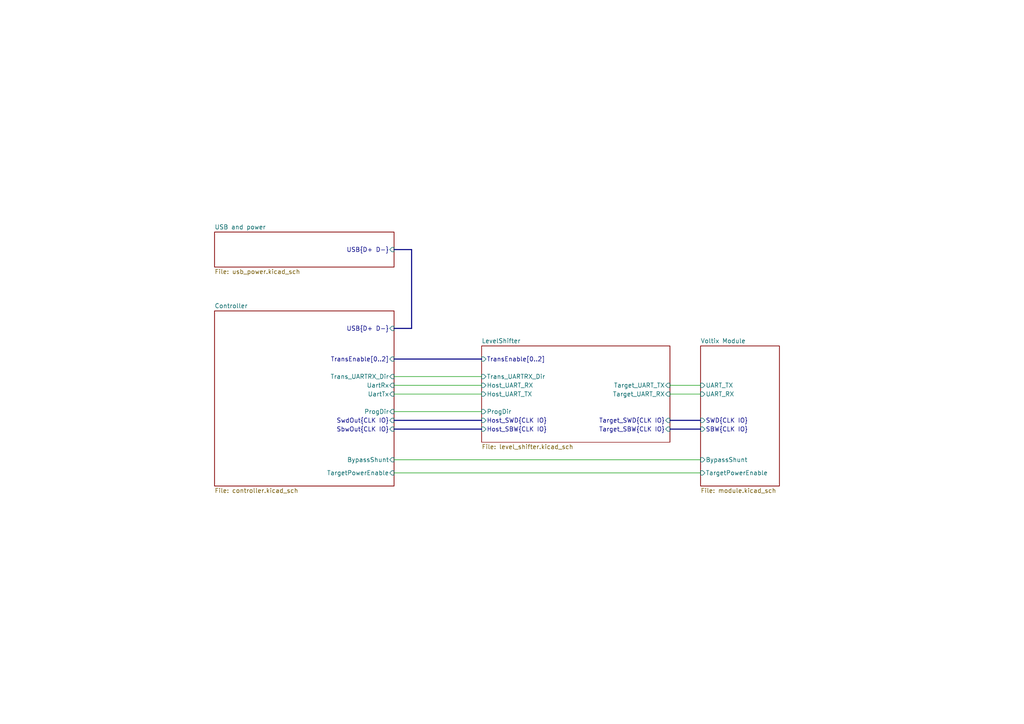
<source format=kicad_sch>
(kicad_sch
	(version 20231120)
	(generator "eeschema")
	(generator_version "8.0")
	(uuid "e235c9a3-080d-42b7-93df-883e69095a9f")
	(paper "A4")
	(lib_symbols)
	(wire
		(pts
			(xy 114.3 114.3) (xy 139.7 114.3)
		)
		(stroke
			(width 0)
			(type default)
		)
		(uuid "0ebf02e8-9161-49a0-8ac5-bceb044170a4")
	)
	(wire
		(pts
			(xy 114.3 137.16) (xy 203.2 137.16)
		)
		(stroke
			(width 0)
			(type default)
		)
		(uuid "30bf7430-8706-4cea-9504-ac33fc39af49")
	)
	(wire
		(pts
			(xy 194.31 111.76) (xy 203.2 111.76)
		)
		(stroke
			(width 0)
			(type default)
		)
		(uuid "31f6c1b7-eab1-4895-a313-ac4e40b4c9c4")
	)
	(bus
		(pts
			(xy 119.38 95.25) (xy 119.38 72.39)
		)
		(stroke
			(width 0)
			(type default)
		)
		(uuid "41ce65e8-75e2-4a08-a71c-4809add8de62")
	)
	(bus
		(pts
			(xy 119.38 72.39) (xy 114.3 72.39)
		)
		(stroke
			(width 0)
			(type default)
		)
		(uuid "44415d19-0909-4a1d-8ea2-d21b501fba7a")
	)
	(wire
		(pts
			(xy 114.3 133.35) (xy 203.2 133.35)
		)
		(stroke
			(width 0)
			(type default)
		)
		(uuid "47cf26fc-f121-4720-bf61-1382c37b8ef0")
	)
	(wire
		(pts
			(xy 194.31 114.3) (xy 203.2 114.3)
		)
		(stroke
			(width 0)
			(type default)
		)
		(uuid "651535e5-bd94-4ec9-9352-cfd6b0e1cb49")
	)
	(bus
		(pts
			(xy 114.3 124.46) (xy 139.7 124.46)
		)
		(stroke
			(width 0)
			(type default)
		)
		(uuid "6dd10c8f-92f0-4f1a-8c47-04c5fe0f381f")
	)
	(bus
		(pts
			(xy 194.31 121.92) (xy 203.2 121.92)
		)
		(stroke
			(width 0)
			(type default)
		)
		(uuid "721bd72c-8384-4cb1-a4d0-a138bf211509")
	)
	(bus
		(pts
			(xy 114.3 104.14) (xy 139.7 104.14)
		)
		(stroke
			(width 0)
			(type default)
		)
		(uuid "7c3610c7-2e45-463d-8335-f7d529e7219e")
	)
	(wire
		(pts
			(xy 114.3 109.22) (xy 139.7 109.22)
		)
		(stroke
			(width 0)
			(type default)
		)
		(uuid "825303a3-f626-4a78-8cfb-d7b0ab395664")
	)
	(bus
		(pts
			(xy 114.3 121.92) (xy 139.7 121.92)
		)
		(stroke
			(width 0)
			(type default)
		)
		(uuid "b9dc43e0-e994-4e9a-9b2a-b6dcd218bf9a")
	)
	(wire
		(pts
			(xy 114.3 119.38) (xy 139.7 119.38)
		)
		(stroke
			(width 0)
			(type default)
		)
		(uuid "baa874b5-3fb7-4b94-af7a-6da40f78b791")
	)
	(bus
		(pts
			(xy 194.31 124.46) (xy 203.2 124.46)
		)
		(stroke
			(width 0)
			(type default)
		)
		(uuid "bbc35570-77c5-4e6b-a7db-cb9dff702483")
	)
	(bus
		(pts
			(xy 114.3 95.25) (xy 119.38 95.25)
		)
		(stroke
			(width 0)
			(type default)
		)
		(uuid "d15f1307-1104-4d9f-970f-e89b496934d9")
	)
	(wire
		(pts
			(xy 114.3 111.76) (xy 139.7 111.76)
		)
		(stroke
			(width 0)
			(type default)
		)
		(uuid "f83c963e-ddce-4d20-8b76-cefaf8d3fe68")
	)
	(sheet
		(at 62.23 90.17)
		(size 52.07 50.8)
		(fields_autoplaced yes)
		(stroke
			(width 0.1524)
			(type solid)
		)
		(fill
			(color 0 0 0 0.0000)
		)
		(uuid "18809e2e-ebce-4ed3-a8da-870def2a1f06")
		(property "Sheetname" "Controller"
			(at 62.23 89.4584 0)
			(effects
				(font
					(size 1.27 1.27)
				)
				(justify left bottom)
			)
		)
		(property "Sheetfile" "controller.kicad_sch"
			(at 62.23 141.5546 0)
			(effects
				(font
					(size 1.27 1.27)
				)
				(justify left top)
			)
		)
		(pin "USB{D+ D-}" input
			(at 114.3 95.25 0)
			(effects
				(font
					(size 1.27 1.27)
				)
				(justify right)
			)
			(uuid "fbc04c79-8054-46b6-bc4a-64c515d1b969")
		)
		(pin "SwdOut{CLK IO}" input
			(at 114.3 121.92 0)
			(effects
				(font
					(size 1.27 1.27)
				)
				(justify right)
			)
			(uuid "2f4884ea-7e9f-4a26-bc81-c0c8eb121c1e")
		)
		(pin "SbwOut{CLK IO}" input
			(at 114.3 124.46 0)
			(effects
				(font
					(size 1.27 1.27)
				)
				(justify right)
			)
			(uuid "fcfc7297-7ce6-4299-ab64-579094668eed")
		)
		(pin "UartRx" input
			(at 114.3 111.76 0)
			(effects
				(font
					(size 1.27 1.27)
				)
				(justify right)
			)
			(uuid "72af2941-d59d-4cb8-a235-51588e96b0a2")
		)
		(pin "TargetPowerEnable" input
			(at 114.3 137.16 0)
			(effects
				(font
					(size 1.27 1.27)
				)
				(justify right)
			)
			(uuid "b4731082-73be-409c-9f08-73472340e915")
		)
		(pin "BypassShunt" input
			(at 114.3 133.35 0)
			(effects
				(font
					(size 1.27 1.27)
				)
				(justify right)
			)
			(uuid "c5300b22-5310-4c78-ab93-8da4c4f9ff11")
		)
		(pin "TransEnable[0..2]" input
			(at 114.3 104.14 0)
			(effects
				(font
					(size 1.27 1.27)
				)
				(justify right)
			)
			(uuid "a23b4b80-2195-4a20-af33-0625d9acd3a9")
		)
		(pin "UartTx" input
			(at 114.3 114.3 0)
			(effects
				(font
					(size 1.27 1.27)
				)
				(justify right)
			)
			(uuid "496abfa1-ad80-49a5-bc0c-a3b1142cce0a")
		)
		(pin "Trans_UARTRX_Dir" input
			(at 114.3 109.22 0)
			(effects
				(font
					(size 1.27 1.27)
				)
				(justify right)
			)
			(uuid "4055cc41-3577-4085-8266-6dd6432970c5")
		)
		(pin "ProgDir" input
			(at 114.3 119.38 0)
			(effects
				(font
					(size 1.27 1.27)
				)
				(justify right)
			)
			(uuid "1ca6492d-3088-47b1-be2d-44d69e50b0f6")
		)
		(instances
			(project "voltix-board"
				(path "/e235c9a3-080d-42b7-93df-883e69095a9f"
					(page "2")
				)
			)
		)
	)
	(sheet
		(at 203.2 100.33)
		(size 22.86 40.64)
		(fields_autoplaced yes)
		(stroke
			(width 0.1524)
			(type solid)
		)
		(fill
			(color 0 0 0 0.0000)
		)
		(uuid "1e27cf53-0710-4019-b3d0-1fa374a39b5a")
		(property "Sheetname" "Voltix Module"
			(at 203.2 99.6184 0)
			(effects
				(font
					(size 1.27 1.27)
				)
				(justify left bottom)
			)
		)
		(property "Sheetfile" "module.kicad_sch"
			(at 203.2 141.5546 0)
			(effects
				(font
					(size 1.27 1.27)
				)
				(justify left top)
			)
		)
		(pin "UART_TX" input
			(at 203.2 111.76 180)
			(effects
				(font
					(size 1.27 1.27)
				)
				(justify left)
			)
			(uuid "2b2f50c2-c909-4abd-a444-3b59dd4cada6")
		)
		(pin "SBW{CLK IO}" input
			(at 203.2 124.46 180)
			(effects
				(font
					(size 1.27 1.27)
				)
				(justify left)
			)
			(uuid "9ce01cfd-942b-4970-bdfb-cb9dcbdc41cf")
		)
		(pin "SWD{CLK IO}" input
			(at 203.2 121.92 180)
			(effects
				(font
					(size 1.27 1.27)
				)
				(justify left)
			)
			(uuid "5b555ecb-ee05-4238-b4ff-200e8fa943f2")
		)
		(pin "BypassShunt" input
			(at 203.2 133.35 180)
			(effects
				(font
					(size 1.27 1.27)
				)
				(justify left)
			)
			(uuid "7cc44fe2-ae25-4797-9ab6-b62b10fb0c8e")
		)
		(pin "UART_RX" input
			(at 203.2 114.3 180)
			(effects
				(font
					(size 1.27 1.27)
				)
				(justify left)
			)
			(uuid "652b397e-32d0-4161-8e53-e281a1b9a62a")
		)
		(pin "TargetPowerEnable" input
			(at 203.2 137.16 180)
			(effects
				(font
					(size 1.27 1.27)
				)
				(justify left)
			)
			(uuid "f92bdb3b-e695-4161-92af-9417eafb473e")
		)
		(instances
			(project "voltix-board"
				(path "/e235c9a3-080d-42b7-93df-883e69095a9f"
					(page "5")
				)
			)
		)
	)
	(sheet
		(at 139.7 100.33)
		(size 54.61 27.94)
		(fields_autoplaced yes)
		(stroke
			(width 0.1524)
			(type solid)
		)
		(fill
			(color 0 0 0 0.0000)
		)
		(uuid "b3221ac8-3cdb-488c-af34-73439eb346a0")
		(property "Sheetname" "LevelShifter"
			(at 139.7 99.6184 0)
			(effects
				(font
					(size 1.27 1.27)
				)
				(justify left bottom)
			)
		)
		(property "Sheetfile" "level_shifter.kicad_sch"
			(at 139.7 128.8546 0)
			(effects
				(font
					(size 1.27 1.27)
				)
				(justify left top)
			)
		)
		(pin "Target_UART_TX" input
			(at 194.31 111.76 0)
			(effects
				(font
					(size 1.27 1.27)
				)
				(justify right)
			)
			(uuid "157c841c-3ca7-42a5-aaa5-00ee11bad37b")
		)
		(pin "Host_UART_RX" input
			(at 139.7 111.76 180)
			(effects
				(font
					(size 1.27 1.27)
				)
				(justify left)
			)
			(uuid "54f8ef26-3d59-4bf3-bb62-e9035a9cfa22")
		)
		(pin "Host_SWD{CLK IO}" input
			(at 139.7 121.92 180)
			(effects
				(font
					(size 1.27 1.27)
				)
				(justify left)
			)
			(uuid "ccdc3cf9-9e90-4c66-a9c9-048b6f57852c")
		)
		(pin "Host_SBW{CLK IO}" input
			(at 139.7 124.46 180)
			(effects
				(font
					(size 1.27 1.27)
				)
				(justify left)
			)
			(uuid "a124097b-154f-4336-a429-c325dadf0ed6")
		)
		(pin "Target_SBW{CLK IO}" input
			(at 194.31 124.46 0)
			(effects
				(font
					(size 1.27 1.27)
				)
				(justify right)
			)
			(uuid "84246aaf-0981-4a9f-b8d4-b904101e7efb")
		)
		(pin "Target_SWD{CLK IO}" input
			(at 194.31 121.92 0)
			(effects
				(font
					(size 1.27 1.27)
				)
				(justify right)
			)
			(uuid "8c83f0da-0ac2-4445-8839-3117d0eaadc1")
		)
		(pin "TransEnable[0..2]" input
			(at 139.7 104.14 180)
			(effects
				(font
					(size 1.27 1.27)
				)
				(justify left)
			)
			(uuid "488d7c21-eb47-4031-afd8-8a86ec38bc67")
		)
		(pin "Host_UART_TX" input
			(at 139.7 114.3 180)
			(effects
				(font
					(size 1.27 1.27)
				)
				(justify left)
			)
			(uuid "4f25f6ed-448d-4fb5-b047-e9068e65f301")
		)
		(pin "Target_UART_RX" input
			(at 194.31 114.3 0)
			(effects
				(font
					(size 1.27 1.27)
				)
				(justify right)
			)
			(uuid "46d4060a-7837-4b66-bebf-71ba96c0c309")
		)
		(pin "ProgDir" input
			(at 139.7 119.38 180)
			(effects
				(font
					(size 1.27 1.27)
				)
				(justify left)
			)
			(uuid "456de5e3-7a3e-4c71-8c7e-bd0e6db67269")
		)
		(pin "Trans_UARTRX_Dir" input
			(at 139.7 109.22 180)
			(effects
				(font
					(size 1.27 1.27)
				)
				(justify left)
			)
			(uuid "b736e195-cf14-4ad1-899e-9f5a931083e3")
		)
		(instances
			(project "voltix-board"
				(path "/e235c9a3-080d-42b7-93df-883e69095a9f"
					(page "3")
				)
			)
		)
	)
	(sheet
		(at 62.23 67.31)
		(size 52.07 10.16)
		(fields_autoplaced yes)
		(stroke
			(width 0.1524)
			(type solid)
		)
		(fill
			(color 0 0 0 0.0000)
		)
		(uuid "f12ec016-e798-4082-9926-8503372195ab")
		(property "Sheetname" "USB and power"
			(at 62.23 66.5984 0)
			(effects
				(font
					(size 1.27 1.27)
				)
				(justify left bottom)
			)
		)
		(property "Sheetfile" "usb_power.kicad_sch"
			(at 62.23 78.0546 0)
			(effects
				(font
					(size 1.27 1.27)
				)
				(justify left top)
			)
		)
		(pin "USB{D+ D-}" input
			(at 114.3 72.39 0)
			(effects
				(font
					(size 1.27 1.27)
				)
				(justify right)
			)
			(uuid "401ea1a6-0c42-4eb8-9f94-fff9f1743512")
		)
		(instances
			(project "voltix-board"
				(path "/e235c9a3-080d-42b7-93df-883e69095a9f"
					(page "4")
				)
			)
		)
	)
	(sheet_instances
		(path "/"
			(page "1")
		)
	)
)
</source>
